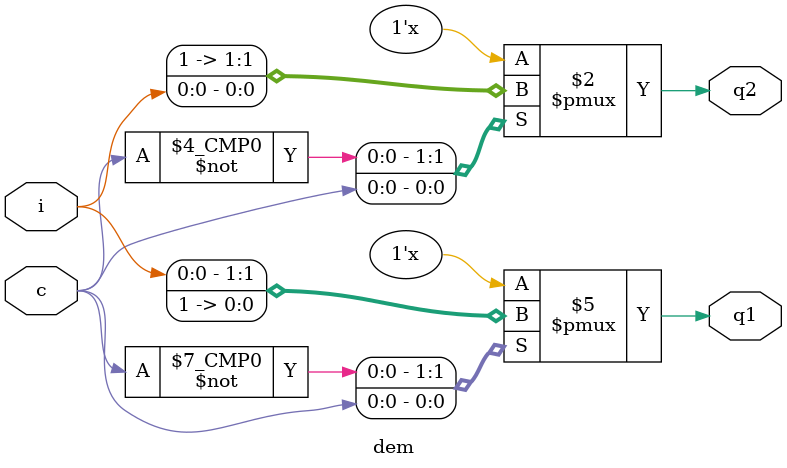
<source format=v>
module dem(i, c, q1, q2);
	input i, c;
	output reg q1, q2;
	
	always @ (c)
	
	begin
		case(c)
			0:
			begin
			q1 = i;
			q2 = 1;
			end
			
			1:
			begin
			q1 = 1;
			q2 = i;
			end
			
		endcase
	end
endmodule
</source>
